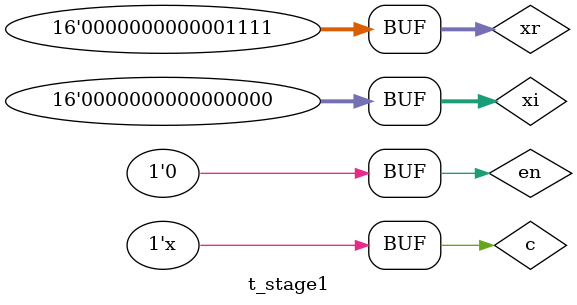
<source format=v>
`timescale 1ns / 1ps

module t_stage1;

	// Inputs
	reg [0:15] xr;
	reg [0:15] xi;
	reg c;
	reg en;

	// Outputs
	wire [0:15] Y1p1r;
	wire [0:15] Y1p1i;
	wire [0:15] Y2p1r;
	wire [0:15] Y2p1i;
	wire [0:15] Y1p2r;
	wire [0:15] Y1p2i;
	wire [0:15] Y2p2r;
	wire [0:15] Y2p2i;

	// Instantiate the Unit Under Test (UUT)
	stage1 uut (
		.xr(xr), 
		.xi(xi), 
		.c(c), 
		.en(en), 
		.Y1p1r(Y1p1r),
		.Y1p1i(Y1p1i),
		.Y2p1r(Y2p1r),
		.Y2p1i(Y2p1i),
		.Y1p2r(Y1p2r),
		.Y1p2i(Y1p2i),
		.Y2p2r(Y2p2r),
		.Y2p2i(Y2p2i)
		
	);

	initial begin
		// Initialize Inputs
		xr = 0;
		xi = 0;
		c = 0;
		en = 0;

		// Wait 100 ns for global reset to finish
		#100;
      en = 1;  
		xr = 0;
		#10;
		xr = 1;
		#10;
		xr = 2;
		#10;
		xr = 3;
		#10;
		xr = 4;
		#10;
		xr = 5;
		#10;
		xr = 6;
		#10;
		xr = 7;
		#10;
		xr = 8;
		#10;
		xr = 9;
		#10;
		xr = 10;
		#10;
		xr = 11;
		#10;
		xr = 12;
		#10;
		xr = 13;
		#10;
		xr = 14;
		#10;
		xr = 15;
		#10;
		en = 0;
	end
   
	always #5 c <= ~c;
	
endmodule


</source>
